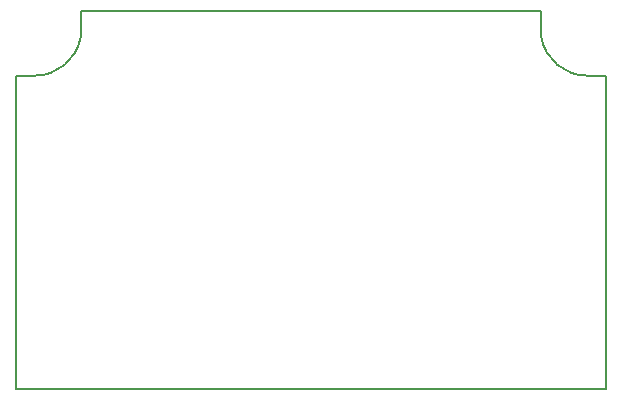
<source format=gbr>
%TF.GenerationSoftware,KiCad,Pcbnew,7.0.5*%
%TF.CreationDate,2023-08-21T12:06:50+01:00*%
%TF.ProjectId,ESC_Control_Board_STM32G071_V2,4553435f-436f-46e7-9472-6f6c5f426f61,rev?*%
%TF.SameCoordinates,Original*%
%TF.FileFunction,Profile,NP*%
%FSLAX46Y46*%
G04 Gerber Fmt 4.6, Leading zero omitted, Abs format (unit mm)*
G04 Created by KiCad (PCBNEW 7.0.5) date 2023-08-21 12:06:50*
%MOMM*%
%LPD*%
G01*
G04 APERTURE LIST*
%TA.AperFunction,Profile*%
%ADD10C,0.150000*%
%TD*%
G04 APERTURE END LIST*
D10*
X108700000Y-79900000D02*
X108700000Y-53400000D01*
X158700000Y-79900000D02*
X108700000Y-79900000D01*
X114200000Y-47900000D02*
X153200000Y-47900000D01*
X158700000Y-53400000D02*
X158700000Y-79900000D01*
X153200000Y-47900000D02*
X153200000Y-50145000D01*
X110300000Y-53399967D02*
G75*
G03*
X114199999Y-50145000I41100J3914667D01*
G01*
X108700000Y-53400000D02*
X110300000Y-53400000D01*
X158700000Y-53400000D02*
X157100000Y-53400000D01*
X153199969Y-50145005D02*
G75*
G03*
X157100000Y-53399999I3858931J659705D01*
G01*
X114200000Y-47900000D02*
X114200000Y-50145000D01*
M02*

</source>
